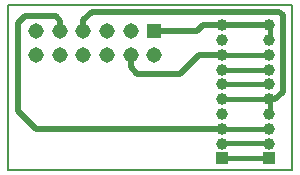
<source format=gbl>
G75*
%MOIN*%
%OFA0B0*%
%FSLAX25Y25*%
%IPPOS*%
%LPD*%
%AMOC8*
5,1,8,0,0,1.08239X$1,22.5*
%
%ADD10C,0.00600*%
%ADD11C,0.05150*%
%ADD12R,0.05150X0.05150*%
%ADD13C,0.03962*%
%ADD14R,0.03962X0.03962*%
%ADD15C,0.02000*%
%ADD16C,0.01600*%
D10*
X0007095Y0001345D02*
X0007038Y0056467D01*
X0101526Y0056467D01*
X0101583Y0001345D01*
X0007095Y0001345D01*
D11*
X0016386Y0039657D03*
X0024260Y0039657D03*
X0032134Y0039657D03*
X0040008Y0039657D03*
X0047882Y0039657D03*
X0055756Y0039657D03*
X0047882Y0047531D03*
X0040008Y0047531D03*
X0032134Y0047531D03*
X0024260Y0047531D03*
X0016386Y0047531D03*
D12*
X0055756Y0047531D03*
D13*
X0078396Y0049510D03*
X0078396Y0044589D03*
X0078396Y0039668D03*
X0078396Y0034747D03*
X0078396Y0029825D03*
X0078396Y0024904D03*
X0078396Y0019983D03*
X0078396Y0015062D03*
X0078396Y0010140D03*
X0094120Y0010143D03*
X0094120Y0015064D03*
X0094120Y0019985D03*
X0094120Y0024906D03*
X0094120Y0029828D03*
X0094120Y0034749D03*
X0094120Y0039670D03*
X0094120Y0044591D03*
X0094120Y0049513D03*
D14*
X0094120Y0005221D03*
X0078396Y0005219D03*
D15*
X0078368Y0015062D02*
X0016311Y0015062D01*
X0010348Y0021025D01*
X0010348Y0050159D01*
X0012711Y0052521D01*
X0022947Y0052521D01*
X0024351Y0051116D01*
X0024351Y0047624D01*
X0032138Y0047624D02*
X0032138Y0051277D01*
X0034997Y0054136D01*
X0097293Y0054136D01*
X0098575Y0052853D01*
X0098575Y0027362D01*
X0096175Y0024962D01*
X0094207Y0024962D01*
X0078270Y0039631D02*
X0070780Y0039631D01*
X0064366Y0033218D01*
X0050178Y0033218D01*
X0047910Y0035486D01*
X0047910Y0039631D01*
X0055894Y0047624D02*
X0070018Y0047624D01*
X0071893Y0049498D01*
X0078270Y0049498D01*
X0078476Y0049579D02*
X0094037Y0049579D01*
D16*
X0094218Y0049583D02*
X0094218Y0044684D01*
X0094037Y0039737D02*
X0078476Y0039737D01*
X0078476Y0034816D02*
X0094037Y0034816D01*
X0094037Y0029894D02*
X0078476Y0029894D01*
X0078476Y0024973D02*
X0094037Y0024973D01*
X0094218Y0024977D02*
X0094218Y0020077D01*
X0094037Y0015131D02*
X0078476Y0015131D01*
X0078476Y0010209D02*
X0094037Y0010209D01*
X0094037Y0005288D02*
X0078476Y0005288D01*
M02*

</source>
